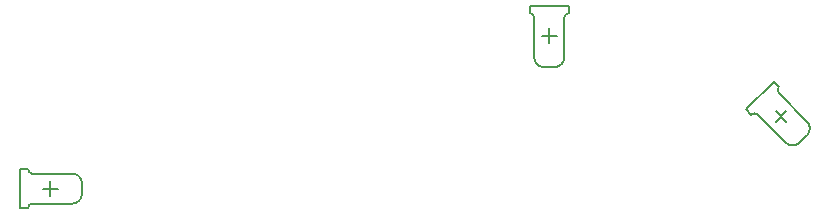
<source format=gbr>
G04 #@! TF.GenerationSoftware,KiCad,Pcbnew,(5.1.5-0-10_14)*
G04 #@! TF.CreationDate,2020-11-20T14:40:15+01:00*
G04 #@! TF.ProjectId,3pdt,33706474-2e6b-4696-9361-645f70636258,rev?*
G04 #@! TF.SameCoordinates,Original*
G04 #@! TF.FileFunction,Legend,Bot*
G04 #@! TF.FilePolarity,Positive*
%FSLAX46Y46*%
G04 Gerber Fmt 4.6, Leading zero omitted, Abs format (unit mm)*
G04 Created by KiCad (PCBNEW (5.1.5-0-10_14)) date 2020-11-20 14:40:15*
%MOMM*%
%LPD*%
G04 APERTURE LIST*
%ADD10C,0.127000*%
G04 APERTURE END LIST*
D10*
X111633001Y-52958999D02*
G75*
G02X110744000Y-53721000I-825501J63500D01*
G01*
X111633000Y-52959000D02*
X111633000Y-51943000D01*
X110743999Y-51181001D02*
G75*
G02X111633000Y-51943000I63501J-825500D01*
G01*
X110744000Y-51181000D02*
X107442000Y-51181000D01*
X107061000Y-50800000D02*
G75*
G03X107442000Y-51181000I381000J0D01*
G01*
X110744000Y-53721000D02*
X107442000Y-53721000D01*
X107061000Y-54102000D02*
G75*
G02X107442000Y-53721000I381000J0D01*
G01*
X107061000Y-50800000D02*
X106426000Y-50800000D01*
X106426000Y-50800000D02*
X106426000Y-54102000D01*
X106426000Y-54102000D02*
X107061000Y-54102000D01*
X108966000Y-53086000D02*
X108966000Y-51816000D01*
X109601000Y-52451000D02*
X108331000Y-52451000D01*
X150685501Y-42164001D02*
G75*
G02X149923500Y-41275000I63500J825501D01*
G01*
X150685500Y-42164000D02*
X151701500Y-42164000D01*
X152463499Y-41274999D02*
G75*
G02X151701500Y-42164000I-825500J-63501D01*
G01*
X152463500Y-41275000D02*
X152463500Y-37973000D01*
X152844500Y-37592000D02*
G75*
G03X152463500Y-37973000I0J-381000D01*
G01*
X149923500Y-41275000D02*
X149923500Y-37973000D01*
X149542500Y-37592000D02*
G75*
G02X149923500Y-37973000I0J-381000D01*
G01*
X152844500Y-37592000D02*
X152844500Y-36957000D01*
X152844500Y-36957000D02*
X149542500Y-36957000D01*
X149542500Y-36957000D02*
X149542500Y-37592000D01*
X150558500Y-39497000D02*
X151828500Y-39497000D01*
X151193500Y-40132000D02*
X151193500Y-38862000D01*
X172341645Y-48600064D02*
G75*
G02X171174210Y-48510261I-538816J628619D01*
G01*
X172341644Y-48600064D02*
X173060064Y-47881644D01*
X172970260Y-46714210D02*
G75*
G02X173060064Y-47881644I-538815J-628619D01*
G01*
X172970261Y-46714210D02*
X170635395Y-44379344D01*
X170635395Y-43840528D02*
G75*
G03X170635395Y-44379344I269408J-269408D01*
G01*
X171174210Y-48510261D02*
X168839344Y-46175395D01*
X168300528Y-46175395D02*
G75*
G02X168839344Y-46175395I269408J-269408D01*
G01*
X170635395Y-43840528D02*
X170186382Y-43391515D01*
X170186382Y-43391515D02*
X167851515Y-45726382D01*
X167851515Y-45726382D02*
X168300528Y-46175395D01*
X170365987Y-46804013D02*
X171264013Y-45905987D01*
X171264013Y-46804013D02*
X170365987Y-45905987D01*
M02*

</source>
